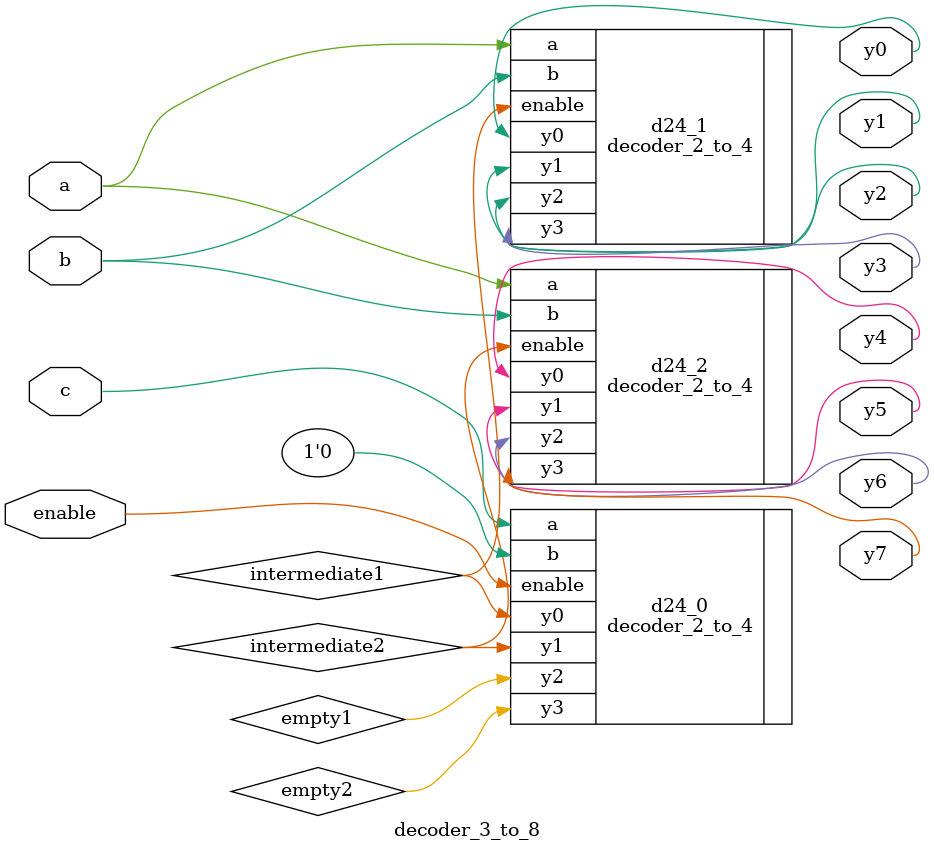
<source format=v>
module decoder_3_to_8(y0, y1, y2, y3, y4, y5, y6, y7, a, b, c, enable);

input a, b, c, enable;
output y0, y1, y2, y3, y4, y5, y6, y7;

wire intermediate1, intermediate2;
wire empty1, empty2;

decoder_2_to_4 d24_0 (.y0(intermediate1), .y1(intermediate2), .y2(empty1), .y3(empty2), .a(c), .b(1'b0), .enable(enable));
decoder_2_to_4 d24_1 (.y0(y0), .y1(y1), .y2(y2), .y3(y3), .a(a), .b(b), .enable(intermediate1));
decoder_2_to_4 d24_2 (.y0(y4), .y1(y5), .y2(y6), .y3(y7), .a(a), .b(b), .enable(intermediate2));

endmodule
</source>
